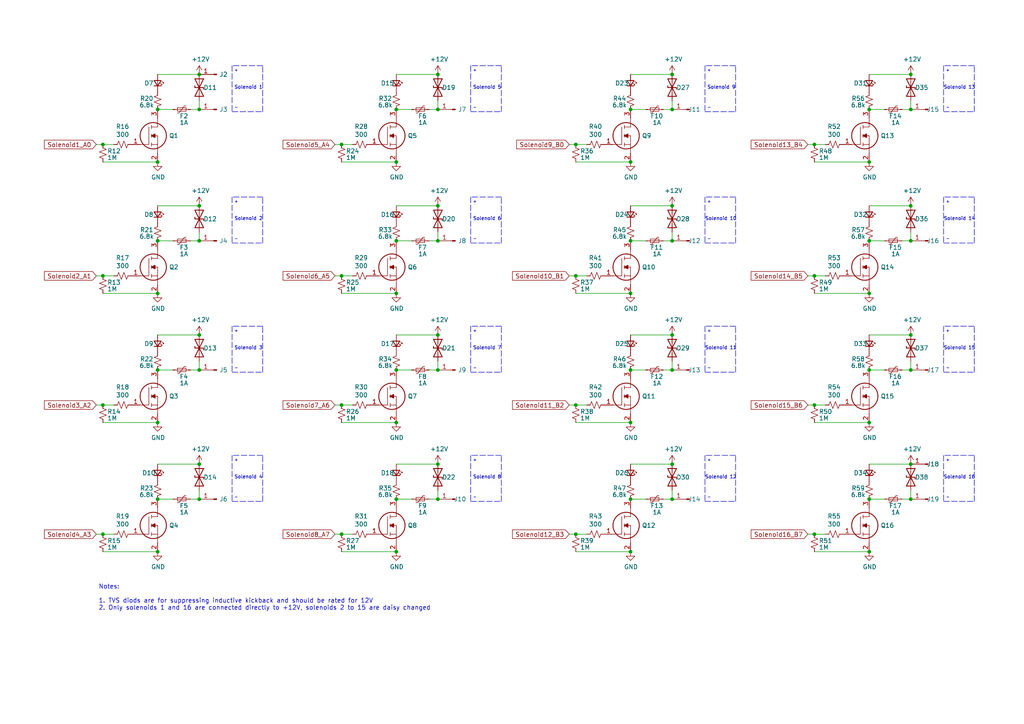
<source format=kicad_sch>
(kicad_sch (version 20211123) (generator eeschema)
  (paper "A4")
  (junction (at 194.945 59.69))
  (junction (at 114.935 46.99))
  (junction (at 29.845 41.91))
  (junction (at 167.005 41.91))
  (junction (at 182.88 107.315))
  (junction (at 264.16 97.155))
  (junction (at 45.72 85.09))
  (junction (at 114.935 69.85))
  (junction (at 57.785 107.315))
  (junction (at 114.935 160.02))
  (junction (at 57.785 31.75))
  (junction (at 264.16 69.85))
  (junction (at 99.06 117.475))
  (junction (at 114.935 122.555))
  (junction (at 99.06 41.91))
  (junction (at 182.88 46.99))
  (junction (at 45.72 31.75))
  (junction (at 114.935 85.09))
  (junction (at 127 21.59))
  (junction (at 182.88 122.555))
  (junction (at 57.785 134.62))
  (junction (at 182.88 160.02))
  (junction (at 114.935 107.315))
  (junction (at 29.845 80.01))
  (junction (at 45.72 122.555))
  (junction (at 45.72 69.85))
  (junction (at 45.72 107.315))
  (junction (at 264.16 59.69))
  (junction (at 45.72 46.99))
  (junction (at 252.095 160.02))
  (junction (at 99.06 80.01))
  (junction (at 182.88 85.09))
  (junction (at 114.935 31.75))
  (junction (at 99.06 154.94))
  (junction (at 252.095 122.555))
  (junction (at 167.005 117.475))
  (junction (at 252.095 85.09))
  (junction (at 127 59.69))
  (junction (at 57.785 97.155))
  (junction (at 264.16 144.78))
  (junction (at 194.945 107.315))
  (junction (at 29.845 154.94))
  (junction (at 114.935 144.78))
  (junction (at 45.72 144.78))
  (junction (at 29.845 117.475))
  (junction (at 264.16 21.59))
  (junction (at 194.945 97.155))
  (junction (at 194.945 144.78))
  (junction (at 252.095 107.315))
  (junction (at 127 69.85))
  (junction (at 194.945 31.75))
  (junction (at 236.22 154.94))
  (junction (at 236.22 41.91))
  (junction (at 264.16 107.315))
  (junction (at 194.945 69.85))
  (junction (at 57.785 69.85))
  (junction (at 127 134.62))
  (junction (at 57.785 21.59))
  (junction (at 127 144.78))
  (junction (at 252.095 31.75))
  (junction (at 167.005 154.94))
  (junction (at 127 97.155))
  (junction (at 127 31.75))
  (junction (at 127 107.315))
  (junction (at 236.22 80.01))
  (junction (at 252.095 46.99))
  (junction (at 252.095 144.78))
  (junction (at 167.005 80.01))
  (junction (at 45.72 160.02))
  (junction (at 252.095 69.85))
  (junction (at 57.785 59.69))
  (junction (at 264.16 31.75))
  (junction (at 182.88 69.85))
  (junction (at 182.88 144.78))
  (junction (at 264.16 134.62))
  (junction (at 57.785 144.78))
  (junction (at 182.88 31.75))
  (junction (at 194.945 21.59))
  (junction (at 194.945 134.62))
  (junction (at 236.22 117.475))
  (wire (pts (xy 236.22 160.02) (xy 252.095 160.02)))
  (polyline (pts (xy 273.685 19.05) (xy 273.685 32.385)))
  (polyline (pts (xy 282.575 145.415) (xy 282.575 132.08)))
  (wire (pts (xy 127 29.21) (xy 127 31.75)))
  (wire (pts (xy 45.72 134.62) (xy 57.785 134.62)))
  (wire (pts (xy 114.935 144.78) (xy 119.38 144.78)))
  (wire (pts (xy 165.1 41.91) (xy 167.005 41.91)))
  (wire (pts (xy 234.315 80.01) (xy 236.22 80.01)))
  (polyline (pts (xy 76.2 57.15) (xy 67.31 57.15)))
  (wire (pts (xy 165.1 117.475) (xy 167.005 117.475)))
  (wire (pts (xy 264.16 67.31) (xy 264.16 69.85)))
  (polyline (pts (xy 67.31 145.415) (xy 76.2 145.415)))
  (wire (pts (xy 167.005 122.555) (xy 182.88 122.555)))
  (wire (pts (xy 29.845 80.01) (xy 33.02 80.01)))
  (polyline (pts (xy 282.575 57.15) (xy 273.685 57.15)))
  (polyline (pts (xy 273.685 107.95) (xy 282.575 107.95)))
  (wire (pts (xy 29.845 85.09) (xy 45.72 85.09)))
  (polyline (pts (xy 204.47 70.485) (xy 213.36 70.485)))
  (wire (pts (xy 261.62 31.75) (xy 264.16 31.75)))
  (wire (pts (xy 124.46 69.85) (xy 127 69.85)))
  (polyline (pts (xy 145.415 19.05) (xy 136.525 19.05)))
  (wire (pts (xy 252.095 59.69) (xy 264.16 59.69)))
  (polyline (pts (xy 282.575 32.385) (xy 282.575 19.05)))
  (wire (pts (xy 264.16 142.24) (xy 264.16 144.78)))
  (wire (pts (xy 124.46 107.315) (xy 127 107.315)))
  (polyline (pts (xy 136.525 94.615) (xy 136.525 107.95)))
  (polyline (pts (xy 204.47 19.05) (xy 204.47 32.385)))
  (wire (pts (xy 55.245 144.78) (xy 57.785 144.78)))
  (polyline (pts (xy 145.415 57.15) (xy 136.525 57.15)))
  (polyline (pts (xy 273.685 94.615) (xy 273.685 107.95)))
  (wire (pts (xy 114.935 59.69) (xy 127 59.69)))
  (wire (pts (xy 236.22 122.555) (xy 252.095 122.555)))
  (wire (pts (xy 194.945 142.24) (xy 194.945 144.78)))
  (wire (pts (xy 55.245 69.85) (xy 57.785 69.85)))
  (polyline (pts (xy 145.415 145.415) (xy 145.415 132.08)))
  (wire (pts (xy 182.88 97.155) (xy 194.945 97.155)))
  (polyline (pts (xy 76.2 145.415) (xy 76.2 132.08)))
  (wire (pts (xy 261.62 144.78) (xy 264.16 144.78)))
  (wire (pts (xy 167.005 117.475) (xy 170.18 117.475)))
  (wire (pts (xy 234.315 154.94) (xy 236.22 154.94)))
  (polyline (pts (xy 273.685 132.08) (xy 273.685 145.415)))
  (wire (pts (xy 127 104.775) (xy 127 107.315)))
  (wire (pts (xy 167.005 85.09) (xy 182.88 85.09)))
  (polyline (pts (xy 136.525 145.415) (xy 145.415 145.415)))
  (wire (pts (xy 165.1 80.01) (xy 167.005 80.01)))
  (wire (pts (xy 192.405 31.75) (xy 194.945 31.75)))
  (polyline (pts (xy 76.2 70.485) (xy 76.2 57.15)))
  (wire (pts (xy 182.88 144.78) (xy 187.325 144.78)))
  (wire (pts (xy 127 67.31) (xy 127 69.85)))
  (wire (pts (xy 252.095 21.59) (xy 264.16 21.59)))
  (wire (pts (xy 192.405 107.315) (xy 194.945 107.315)))
  (wire (pts (xy 194.945 67.31) (xy 194.945 69.85)))
  (wire (pts (xy 167.005 80.01) (xy 170.18 80.01)))
  (wire (pts (xy 124.46 144.78) (xy 127 144.78)))
  (wire (pts (xy 192.405 144.78) (xy 194.945 144.78)))
  (wire (pts (xy 165.1 154.94) (xy 167.005 154.94)))
  (wire (pts (xy 99.06 46.99) (xy 114.935 46.99)))
  (wire (pts (xy 57.785 142.24) (xy 57.785 144.78)))
  (polyline (pts (xy 204.47 32.385) (xy 213.36 32.385)))
  (wire (pts (xy 114.935 97.155) (xy 127 97.155)))
  (wire (pts (xy 27.94 154.94) (xy 29.845 154.94)))
  (wire (pts (xy 45.72 69.85) (xy 50.165 69.85)))
  (wire (pts (xy 194.945 104.775) (xy 194.945 107.315)))
  (polyline (pts (xy 273.685 145.415) (xy 282.575 145.415)))
  (wire (pts (xy 99.06 80.01) (xy 102.235 80.01)))
  (wire (pts (xy 99.06 117.475) (xy 102.235 117.475)))
  (wire (pts (xy 252.095 144.78) (xy 256.54 144.78)))
  (wire (pts (xy 234.315 117.475) (xy 236.22 117.475)))
  (wire (pts (xy 236.22 85.09) (xy 252.095 85.09)))
  (wire (pts (xy 45.72 107.315) (xy 50.165 107.315)))
  (wire (pts (xy 182.88 59.69) (xy 194.945 59.69)))
  (wire (pts (xy 97.155 117.475) (xy 99.06 117.475)))
  (wire (pts (xy 114.935 107.315) (xy 119.38 107.315)))
  (polyline (pts (xy 145.415 107.95) (xy 145.415 94.615)))
  (wire (pts (xy 57.785 104.775) (xy 57.785 107.315)))
  (polyline (pts (xy 136.525 107.95) (xy 145.415 107.95)))
  (wire (pts (xy 29.845 117.475) (xy 33.02 117.475)))
  (polyline (pts (xy 67.31 132.08) (xy 67.31 145.415)))
  (wire (pts (xy 29.845 122.555) (xy 45.72 122.555)))
  (wire (pts (xy 114.935 31.75) (xy 119.38 31.75)))
  (polyline (pts (xy 67.31 94.615) (xy 67.31 107.95)))
  (wire (pts (xy 236.22 154.94) (xy 239.395 154.94)))
  (wire (pts (xy 57.785 29.21) (xy 57.785 31.75)))
  (polyline (pts (xy 145.415 132.08) (xy 136.525 132.08)))
  (polyline (pts (xy 76.2 94.615) (xy 67.31 94.615)))
  (polyline (pts (xy 76.2 19.05) (xy 67.31 19.05)))
  (polyline (pts (xy 204.47 57.15) (xy 204.47 70.485)))
  (polyline (pts (xy 204.47 94.615) (xy 204.47 107.95)))
  (wire (pts (xy 114.935 134.62) (xy 127 134.62)))
  (wire (pts (xy 182.88 31.75) (xy 187.325 31.75)))
  (wire (pts (xy 236.22 117.475) (xy 239.395 117.475)))
  (wire (pts (xy 182.88 107.315) (xy 187.325 107.315)))
  (wire (pts (xy 252.095 107.315) (xy 256.54 107.315)))
  (polyline (pts (xy 213.36 107.95) (xy 213.36 94.615)))
  (polyline (pts (xy 204.47 132.08) (xy 204.47 145.415)))
  (wire (pts (xy 182.88 134.62) (xy 194.945 134.62)))
  (wire (pts (xy 261.62 107.315) (xy 264.16 107.315)))
  (polyline (pts (xy 213.36 132.08) (xy 204.47 132.08)))
  (wire (pts (xy 167.005 41.91) (xy 170.18 41.91)))
  (wire (pts (xy 167.005 154.94) (xy 170.18 154.94)))
  (polyline (pts (xy 76.2 32.385) (xy 76.2 19.05)))
  (polyline (pts (xy 282.575 107.95) (xy 282.575 94.615)))
  (polyline (pts (xy 136.525 32.385) (xy 145.415 32.385)))
  (polyline (pts (xy 145.415 70.485) (xy 145.415 57.15)))
  (wire (pts (xy 29.845 46.99) (xy 45.72 46.99)))
  (polyline (pts (xy 145.415 94.615) (xy 136.525 94.615)))
  (wire (pts (xy 99.06 160.02) (xy 114.935 160.02)))
  (wire (pts (xy 252.095 134.62) (xy 264.16 134.62)))
  (wire (pts (xy 252.095 97.155) (xy 264.16 97.155)))
  (wire (pts (xy 99.06 41.91) (xy 102.235 41.91)))
  (wire (pts (xy 99.06 85.09) (xy 114.935 85.09)))
  (polyline (pts (xy 76.2 132.08) (xy 67.31 132.08)))
  (polyline (pts (xy 145.415 32.385) (xy 145.415 19.05)))
  (wire (pts (xy 194.945 29.21) (xy 194.945 31.75)))
  (wire (pts (xy 99.06 154.94) (xy 102.235 154.94)))
  (polyline (pts (xy 282.575 70.485) (xy 282.575 57.15)))
  (wire (pts (xy 236.22 80.01) (xy 239.395 80.01)))
  (wire (pts (xy 234.315 41.91) (xy 236.22 41.91)))
  (wire (pts (xy 45.72 21.59) (xy 57.785 21.59)))
  (wire (pts (xy 236.22 46.99) (xy 252.095 46.99)))
  (wire (pts (xy 252.095 31.75) (xy 256.54 31.75)))
  (polyline (pts (xy 67.31 32.385) (xy 76.2 32.385)))
  (wire (pts (xy 29.845 154.94) (xy 33.02 154.94)))
  (wire (pts (xy 29.845 160.02) (xy 45.72 160.02)))
  (wire (pts (xy 99.06 122.555) (xy 114.935 122.555)))
  (wire (pts (xy 167.005 46.99) (xy 182.88 46.99)))
  (polyline (pts (xy 273.685 57.15) (xy 273.685 70.485)))
  (wire (pts (xy 264.16 29.21) (xy 264.16 31.75)))
  (wire (pts (xy 182.88 69.85) (xy 187.325 69.85)))
  (polyline (pts (xy 136.525 132.08) (xy 136.525 145.415)))
  (polyline (pts (xy 282.575 19.05) (xy 273.685 19.05)))
  (wire (pts (xy 29.845 41.91) (xy 33.02 41.91)))
  (wire (pts (xy 261.62 69.85) (xy 264.16 69.85)))
  (wire (pts (xy 45.72 97.155) (xy 57.785 97.155)))
  (wire (pts (xy 45.72 59.69) (xy 57.785 59.69)))
  (wire (pts (xy 236.22 41.91) (xy 239.395 41.91)))
  (polyline (pts (xy 282.575 132.08) (xy 273.685 132.08)))
  (wire (pts (xy 45.72 144.78) (xy 50.165 144.78)))
  (wire (pts (xy 27.94 117.475) (xy 29.845 117.475)))
  (polyline (pts (xy 213.36 94.615) (xy 204.47 94.615)))
  (wire (pts (xy 252.095 69.85) (xy 256.54 69.85)))
  (polyline (pts (xy 213.36 32.385) (xy 213.36 19.05)))
  (polyline (pts (xy 136.525 70.485) (xy 145.415 70.485)))
  (polyline (pts (xy 282.575 94.615) (xy 273.685 94.615)))
  (polyline (pts (xy 67.31 107.95) (xy 76.2 107.95)))
  (polyline (pts (xy 136.525 57.15) (xy 136.525 70.485)))
  (wire (pts (xy 55.245 31.75) (xy 57.785 31.75)))
  (wire (pts (xy 114.935 21.59) (xy 127 21.59)))
  (polyline (pts (xy 213.36 57.15) (xy 204.47 57.15)))
  (polyline (pts (xy 67.31 70.485) (xy 76.2 70.485)))
  (wire (pts (xy 167.005 160.02) (xy 182.88 160.02)))
  (polyline (pts (xy 213.36 70.485) (xy 213.36 57.15)))
  (wire (pts (xy 124.46 31.75) (xy 127 31.75)))
  (wire (pts (xy 97.155 80.01) (xy 99.06 80.01)))
  (polyline (pts (xy 136.525 19.05) (xy 136.525 32.385)))
  (polyline (pts (xy 273.685 70.485) (xy 282.575 70.485)))
  (wire (pts (xy 45.72 31.75) (xy 50.165 31.75)))
  (wire (pts (xy 192.405 69.85) (xy 194.945 69.85)))
  (wire (pts (xy 57.785 67.31) (xy 57.785 69.85)))
  (polyline (pts (xy 213.36 145.415) (xy 213.36 132.08)))
  (wire (pts (xy 182.88 21.59) (xy 194.945 21.59)))
  (polyline (pts (xy 213.36 19.05) (xy 204.47 19.05)))
  (wire (pts (xy 264.16 104.775) (xy 264.16 107.315)))
  (polyline (pts (xy 340.995 43.18) (xy 340.995 43.815)))
  (wire (pts (xy 55.245 107.315) (xy 57.785 107.315)))
  (wire (pts (xy 27.94 80.01) (xy 29.845 80.01)))
  (polyline (pts (xy 67.31 57.15) (xy 67.31 70.485)))
  (wire (pts (xy 97.155 154.94) (xy 99.06 154.94)))
  (wire (pts (xy 127 142.24) (xy 127 144.78)))
  (polyline (pts (xy 76.2 107.95) (xy 76.2 94.615)))
  (polyline (pts (xy 204.47 107.95) (xy 213.36 107.95)))
  (wire (pts (xy 27.94 41.91) (xy 29.845 41.91)))
  (wire (pts (xy 97.155 41.91) (xy 99.06 41.91)))
  (polyline (pts (xy 273.685 32.385) (xy 282.575 32.385)))
  (polyline (pts (xy 204.47 145.415) (xy 213.36 145.415)))
  (wire (pts (xy 114.935 69.85) (xy 119.38 69.85)))
  (polyline (pts (xy 67.31 19.05) (xy 67.31 32.385)))
  (text "-\n" (at 137.16 69.85 0) (effects (font (size 0.762 0.762)) (justify left bottom)))
  (text "Solenoid 13" (at 273.685 26.035 0) (effects (font (size 0.9906 0.9906)) (justify left bottom)))
  (text "-\n" (at 67.945 144.78 0) (effects (font (size 0.762 0.762)) (justify left bottom)))
  (text "Notes:\n\n1. TVS diods are for suppressing inductive kickback and should be rated for 12V\n2. Only solenoids 1 and 16 are connected directly to +12V, solenoids 2 to 15 are daisy changed" (at 28.575 177.165 0) (effects (font (size 1.27 1.27)) (justify left bottom)))
  (text "-\n" (at 205.105 69.85 0) (effects (font (size 0.762 0.762)) (justify left bottom)))
  (text "Solenoid 14" (at 273.685 64.135 0) (effects (font (size 0.9906 0.9906)) (justify left bottom)))
  (text "+\n\n" (at 137.16 97.79 0) (effects (font (size 0.762 0.762)) (justify left bottom)))
  (text "-\n" (at 274.32 69.85 0) (effects (font (size 0.762 0.762)) (justify left bottom)))
  (text "-\n" (at 137.16 144.78 0) (effects (font (size 0.762 0.762)) (justify left bottom)))
  (text "+\n\n" (at 137.16 22.225 0) (effects (font (size 0.762 0.762)) (justify left bottom)))
  (text "+\n\n" (at 67.945 135.255 0) (effects (font (size 0.762 0.762)) (justify left bottom)))
  (text "Solenoid 8" (at 137.16 139.065 0) (effects (font (size 0.9906 0.9906)) (justify left bottom)))
  (text "+\n\n" (at 274.32 22.225 0) (effects (font (size 0.762 0.762)) (justify left bottom)))
  (text "-\n" (at 67.945 107.315 0) (effects (font (size 0.762 0.762)) (justify left bottom)))
  (text "+\n\n" (at 67.945 60.325 0) (effects (font (size 0.762 0.762)) (justify left bottom)))
  (text "+\n\n" (at 205.105 135.255 0) (effects (font (size 0.762 0.762)) (justify left bottom)))
  (text "+\n\n" (at 205.105 60.325 0) (effects (font (size 0.762 0.762)) (justify left bottom)))
  (text "-\n" (at 274.32 107.315 0) (effects (font (size 0.762 0.762)) (justify left bottom)))
  (text "+\n\n" (at 274.32 60.325 0) (effects (font (size 0.762 0.762)) (justify left bottom)))
  (text "Solenoid 11" (at 204.47 101.6 0) (effects (font (size 0.9906 0.9906)) (justify left bottom)))
  (text "+\n\n" (at 137.16 135.255 0) (effects (font (size 0.762 0.762)) (justify left bottom)))
  (text "Solenoid 6" (at 137.16 64.135 0) (effects (font (size 0.9906 0.9906)) (justify left bottom)))
  (text "+\n\n" (at 137.16 60.325 0) (effects (font (size 0.762 0.762)) (justify left bottom)))
  (text "-\n" (at 205.105 144.78 0) (effects (font (size 0.762 0.762)) (justify left bottom)))
  (text "+\n\n" (at 67.945 22.225 0) (effects (font (size 0.762 0.762)) (justify left bottom)))
  (text "Solenoid 5" (at 137.16 26.035 0) (effects (font (size 0.9906 0.9906)) (justify left bottom)))
  (text "-\n" (at 274.32 144.78 0) (effects (font (size 0.762 0.762)) (justify left bottom)))
  (text "-\n" (at 137.16 107.315 0) (effects (font (size 0.762 0.762)) (justify left bottom)))
  (text "Solenoid 2" (at 67.945 64.135 0) (effects (font (size 0.9906 0.9906)) (justify left bottom)))
  (text "-\n" (at 205.105 31.75 0) (effects (font (size 0.762 0.762)) (justify left bottom)))
  (text "Solenoid 9" (at 205.105 26.035 0) (effects (font (size 0.9906 0.9906)) (justify left bottom)))
  (text "+\n\n" (at 67.945 97.79 0) (effects (font (size 0.762 0.762)) (justify left bottom)))
  (text "-\n" (at 205.105 107.315 0) (effects (font (size 0.762 0.762)) (justify left bottom)))
  (text "Solenoid 12" (at 204.47 139.065 0) (effects (font (size 0.9906 0.9906)) (justify left bottom)))
  (text "-\n" (at 137.16 31.75 0) (effects (font (size 0.762 0.762)) (justify left bottom)))
  (text "-\n" (at 67.945 31.75 0) (effects (font (size 0.762 0.762)) (justify left bottom)))
  (text "+\n\n" (at 205.105 97.79 0) (effects (font (size 0.762 0.762)) (justify left bottom)))
  (text "Solenoid 1" (at 67.945 26.035 0) (effects (font (size 0.9906 0.9906)) (justify left bottom)))
  (text "Solenoid 16" (at 273.685 139.065 0) (effects (font (size 0.9906 0.9906)) (justify left bottom)))
  (text "Solenoid 15" (at 273.685 101.6 0) (effects (font (size 0.9906 0.9906)) (justify left bottom)))
  (text "-\n" (at 274.32 31.75 0) (effects (font (size 0.762 0.762)) (justify left bottom)))
  (text "Solenoid 10" (at 204.47 64.135 0) (effects (font (size 0.9906 0.9906)) (justify left bottom)))
  (text "Solenoid 7" (at 137.16 101.6 0) (effects (font (size 0.9906 0.9906)) (justify left bottom)))
  (text "+\n\n" (at 274.32 97.79 0) (effects (font (size 0.762 0.762)) (justify left bottom)))
  (text "Solenoid 4" (at 67.945 139.065 0) (effects (font (size 0.9906 0.9906)) (justify left bottom)))
  (text "+\n\n" (at 205.105 22.225 0) (effects (font (size 0.762 0.762)) (justify left bottom)))
  (text "Solenoid 3" (at 67.945 101.6 0) (effects (font (size 0.9906 0.9906)) (justify left bottom)))
  (text "+\n\n" (at 274.32 135.255 0) (effects (font (size 0.762 0.762)) (justify left bottom)))
  (text "-\n" (at 67.945 69.85 0) (effects (font (size 0.762 0.762)) (justify left bottom)))
  (global_label "Solenoid3_A2" (shape input) (at 27.94 117.475 180) (property "Intersheet References" "${INTERSHEET_REFS}" (effects hide)))
  (global_label "Solenoid12_B3" (shape input) (at 165.1 154.94 180) (property "Intersheet References" "${INTERSHEET_REFS}" (effects hide)))
  (global_label "Solenoid2_A1" (shape input) (at 27.94 80.01 180) (property "Intersheet References" "${INTERSHEET_REFS}" (effects hide)))
  (global_label "Solenoid7_A6" (shape input) (at 97.155 117.475 180) (property "Intersheet References" "${INTERSHEET_REFS}" (effects hide)))
  (global_label "Solenoid10_B1" (shape input) (at 165.1 80.01 180) (property "Intersheet References" "${INTERSHEET_REFS}" (effects hide)))
  (global_label "Solenoid1_A0" (shape input) (at 27.94 41.91 180) (property "Intersheet References" "${INTERSHEET_REFS}" (effects hide)))
  (global_label "Solenoid11_B2" (shape input) (at 165.1 117.475 180) (property "Intersheet References" "${INTERSHEET_REFS}" (effects hide)))
  (global_label "Solenoid4_A3" (shape input) (at 27.94 154.94 180) (property "Intersheet References" "${INTERSHEET_REFS}" (effects hide)))
  (global_label "Solenoid15_B6" (shape input) (at 234.315 117.475 180) (property "Intersheet References" "${INTERSHEET_REFS}" (effects hide)))
  (global_label "Solenoid16_B7" (shape input) (at 234.315 154.94 180) (property "Intersheet References" "${INTERSHEET_REFS}" (effects hide)))
  (global_label "Solenoid6_A5" (shape input) (at 97.155 80.01 180) (property "Intersheet References" "${INTERSHEET_REFS}" (effects hide)))
  (global_label "Solenoid14_B5" (shape input) (at 234.315 80.01 180) (property "Intersheet References" "${INTERSHEET_REFS}" (effects hide)))
  (global_label "Solenoid13_B4" (shape input) (at 234.315 41.91 180) (property "Intersheet References" "${INTERSHEET_REFS}" (effects hide)))
  (global_label "Solenoid5_A4" (shape input) (at 97.155 41.91 180) (property "Intersheet References" "${INTERSHEET_REFS}" (effects hide)))
  (global_label "Solenoid9_B0" (shape input) (at 165.1 41.91 180) (property "Intersheet References" "${INTERSHEET_REFS}" (effects hide)))
  (global_label "Solenoid8_A7" (shape input) (at 97.155 154.94 180) (property "Intersheet References" "${INTERSHEET_REFS}" (effects hide)))
  (symbol (lib_id "Device:Polyfuse_Small") (at 52.705 31.75 90)
    (property "Reference" "F2" (at 53.34 33.655 90))
    (property "Value" "1A" (at 53.34 35.56 90))
    (property "Footprint" "Fuse:Fuse_1206_3216Metric" (effects hide))
  )
  (symbol (lib_id "Device:R_Small_US") (at 45.72 29.21 0) (mirror x)
    (property "Reference" "R20" (at 42.545 28.575 0))
    (property "Value" "6.8k" (at 42.545 30.48 0))
    (property "Footprint" "Resistor_SMD:R_0402_1005Metric" (effects hide))
  )
  (symbol (lib_id "Device:LED_Small") (at 45.72 24.13 270) (mirror x)
    (property "Reference" "D7" (at 43.18 24.13 90))
    (property "Value" "LED_Green" (effects hide))
    (property "Footprint" "LED_SMD:LED_0603_1608Metric" (effects hide))
  )
  (symbol (lib_id "Device:D_TVS") (at 57.785 25.4 270) (unit 1)
    (property "Reference" "D11" (at 60.96 25.4 90))
    (property "Value" "D_TVS" (effects hide))
    (property "Footprint" "Diode_SMD:D_SOD-123" (effects hide))
  )
  (symbol (lib_id "power:+12V") (at 57.785 21.59 0)
    (property "Reference" "#PWR024" (effects hide))
    (property "Value" "+12V" (at 58.166 17.1958 0))
  )
  (symbol (lib_id "SI2312CDS-T1-GE3:SI2312CDS-T1-GE3") (at 38.1 41.91 0)
    (property "Reference" "Q1" (at 49.022 39.37 0) (effects (justify left)))
    (property "Value" "AO3400A" (effects hide))
    (property "Footprint" "Package_TO_SOT_SMD:SOT-23" (effects hide))
    (property "Datasheet" "https://componentsearchengine.com/Datasheets/2/SI2312CDS-T1-GE3.pdf" (effects hide))
    (property "Description" "VISHAY - SI2312CDS-T1-GE3 - MOSFET,N CHANNEL,20V,6A,DIODE,SOT23" (effects hide))
    (property "Height" "1.12" (effects hide))
    (property "Manufacturer_Name" "Vishay" (effects hide))
    (property "Manufacturer_Part_Number" "SI2312CDS-T1-GE3" (effects hide))
    (property "Mouser Part Number" "781-SI2312CDS-T1-GE3" (effects hide))
    (property "Mouser Price/Stock" "https://www.mouser.co.uk/ProductDetail/Vishay-Semiconductors/SI2312CDS-T1-GE3?qs=WX95TUc1y56uUDLD4gVrGA%3D%3D" (effects hide))
    (property "Arrow Part Number" "SI2312CDS-T1-GE3" (effects hide))
    (property "Arrow Price/Stock" "https://www.arrow.com/en/products/si2312cds-t1-ge3/vishay" (effects hide))
  )
  (symbol (lib_id "Device:R_Small_US") (at 29.845 44.45 0)
    (property "Reference" "R12" (at 31.115 43.815 0) (effects (justify left)))
    (property "Value" "1M" (at 31.115 45.72 0) (effects (justify left)))
    (property "Footprint" "Resistor_SMD:R_0402_1005Metric" (effects hide))
  )
  (symbol (lib_id "Device:R_Small_US") (at 35.56 41.91 270)
    (property "Reference" "R16" (at 35.56 36.703 90))
    (property "Value" "300" (at 35.56 39.0144 90))
    (property "Footprint" "Resistor_SMD:R_0402_1005Metric" (effects hide))
  )
  (symbol (lib_id "power:GND") (at 45.72 46.99 0)
    (property "Reference" "#PWR020" (effects hide))
    (property "Value" "GND" (at 45.847 51.3842 0))
  )
  (symbol (lib_id "Connector:Conn_01x01_Male") (at 62.865 31.75 180) (unit 1)
    (property "Reference" "J3" (at 66.04 31.75 0) (effects (justify left)))
    (property "Value" "Conn_01x01_Male" (effects hide))
    (property "Footprint" "1287_with3D:1287" (effects hide))
  )
  (symbol (lib_id "Device:Polyfuse_Small") (at 52.705 69.85 90)
    (property "Reference" "F3" (at 53.34 71.755 90))
    (property "Value" "1A" (at 53.34 73.66 90))
    (property "Footprint" "Fuse:Fuse_1206_3216Metric" (effects hide))
  )
  (symbol (lib_id "Device:R_Small_US") (at 45.72 67.31 0) (mirror x)
    (property "Reference" "R21" (at 42.545 66.675 0))
    (property "Value" "6.8k" (at 42.545 68.58 0))
    (property "Footprint" "Resistor_SMD:R_0402_1005Metric" (effects hide))
  )
  (symbol (lib_id "Device:LED_Small") (at 45.72 62.23 270) (mirror x)
    (property "Reference" "D8" (at 43.18 62.23 90))
    (property "Value" "LED_Green" (effects hide))
    (property "Footprint" "LED_SMD:LED_0603_1608Metric" (effects hide))
  )
  (symbol (lib_id "Device:D_TVS") (at 57.785 63.5 270) (unit 1)
    (property "Reference" "D12" (at 60.96 63.5 90))
    (property "Value" "D_TVS" (effects hide))
    (property "Footprint" "Diode_SMD:D_SOD-123" (effects hide))
  )
  (symbol (lib_id "Connector:Conn_01x01_Male") (at 62.865 69.85 180) (unit 1)
    (property "Reference" "J4" (at 66.04 69.85 0) (effects (justify left)))
    (property "Value" "Conn_01x01_Male" (effects hide))
    (property "Footprint" "1287_with3D:1287" (effects hide))
  )
  (symbol (lib_id "power:GND") (at 45.72 85.09 0)
    (property "Reference" "#PWR021" (effects hide))
    (property "Value" "GND" (at 45.847 89.4842 0))
  )
  (symbol (lib_id "Device:R_Small_US") (at 35.56 80.01 270)
    (property "Reference" "R17" (at 35.56 74.803 90))
    (property "Value" "300" (at 35.56 77.1144 90))
    (property "Footprint" "Resistor_SMD:R_0402_1005Metric" (effects hide))
  )
  (symbol (lib_id "Device:R_Small_US") (at 29.845 82.55 0)
    (property "Reference" "R13" (at 31.115 81.915 0) (effects (justify left)))
    (property "Value" "1M" (at 31.115 83.82 0) (effects (justify left)))
    (property "Footprint" "Resistor_SMD:R_0402_1005Metric" (effects hide))
  )
  (symbol (lib_id "SI2312CDS-T1-GE3:SI2312CDS-T1-GE3") (at 38.1 80.01 0)
    (property "Reference" "Q2" (at 49.022 77.47 0) (effects (justify left)))
    (property "Value" "AO3400A" (effects hide))
    (property "Footprint" "Package_TO_SOT_SMD:SOT-23" (effects hide))
    (property "Datasheet" "https://componentsearchengine.com/Datasheets/2/SI2312CDS-T1-GE3.pdf" (effects hide))
    (property "Description" "VISHAY - SI2312CDS-T1-GE3 - MOSFET,N CHANNEL,20V,6A,DIODE,SOT23" (effects hide))
    (property "Height" "1.12" (effects hide))
    (property "Manufacturer_Name" "Vishay" (effects hide))
    (property "Manufacturer_Part_Number" "SI2312CDS-T1-GE3" (effects hide))
    (property "Mouser Part Number" "781-SI2312CDS-T1-GE3" (effects hide))
    (property "Mouser Price/Stock" "https://www.mouser.co.uk/ProductDetail/Vishay-Semiconductors/SI2312CDS-T1-GE3?qs=WX95TUc1y56uUDLD4gVrGA%3D%3D" (effects hide))
    (property "Arrow Part Number" "SI2312CDS-T1-GE3" (effects hide))
    (property "Arrow Price/Stock" "https://www.arrow.com/en/products/si2312cds-t1-ge3/vishay" (effects hide))
  )
  (symbol (lib_id "power:+12V") (at 57.785 59.69 0)
    (property "Reference" "#PWR025" (effects hide))
    (property "Value" "+12V" (at 58.166 55.2958 0))
  )
  (symbol (lib_id "Device:Polyfuse_Small") (at 52.705 107.315 90)
    (property "Reference" "F4" (at 53.34 109.22 90))
    (property "Value" "1A" (at 53.34 111.125 90))
    (property "Footprint" "Fuse:Fuse_1206_3216Metric" (effects hide))
  )
  (symbol (lib_id "Device:R_Small_US") (at 45.72 104.775 0) (mirror x)
    (property "Reference" "R22" (at 42.545 104.14 0))
    (property "Value" "6.8k" (at 42.545 106.045 0))
    (property "Footprint" "Resistor_SMD:R_0402_1005Metric" (effects hide))
  )
  (symbol (lib_id "Device:LED_Small") (at 45.72 99.695 270) (mirror x)
    (property "Reference" "D9" (at 43.18 99.695 90))
    (property "Value" "LED_Green" (effects hide))
    (property "Footprint" "LED_SMD:LED_0603_1608Metric" (effects hide))
  )
  (symbol (lib_id "Device:D_TVS") (at 57.785 100.965 270) (unit 1)
    (property "Reference" "D13" (at 60.96 100.965 90))
    (property "Value" "D_TVS" (effects hide))
    (property "Footprint" "Diode_SMD:D_SOD-123" (effects hide))
  )
  (symbol (lib_id "Connector:Conn_01x01_Male") (at 62.865 107.315 180) (unit 1)
    (property "Reference" "J5" (at 66.04 107.315 0) (effects (justify left)))
    (property "Value" "Conn_01x01_Male" (effects hide))
    (property "Footprint" "1287_with3D:1287" (effects hide))
  )
  (symbol (lib_id "power:GND") (at 45.72 122.555 0)
    (property "Reference" "#PWR022" (effects hide))
    (property "Value" "GND" (at 45.847 126.9492 0))
  )
  (symbol (lib_id "Device:R_Small_US") (at 35.56 117.475 270)
    (property "Reference" "R18" (at 35.56 112.268 90))
    (property "Value" "300" (at 35.56 114.5794 90))
    (property "Footprint" "Resistor_SMD:R_0402_1005Metric" (effects hide))
  )
  (symbol (lib_id "Device:R_Small_US") (at 29.845 120.015 0)
    (property "Reference" "R14" (at 31.115 119.38 0) (effects (justify left)))
    (property "Value" "1M" (at 31.115 121.285 0) (effects (justify left)))
    (property "Footprint" "Resistor_SMD:R_0402_1005Metric" (effects hide))
  )
  (symbol (lib_id "SI2312CDS-T1-GE3:SI2312CDS-T1-GE3") (at 38.1 117.475 0)
    (property "Reference" "Q3" (at 49.022 114.935 0) (effects (justify left)))
    (property "Value" "AO3400A" (effects hide))
    (property "Footprint" "Package_TO_SOT_SMD:SOT-23" (effects hide))
    (property "Datasheet" "https://componentsearchengine.com/Datasheets/2/SI2312CDS-T1-GE3.pdf" (effects hide))
    (property "Description" "VISHAY - SI2312CDS-T1-GE3 - MOSFET,N CHANNEL,20V,6A,DIODE,SOT23" (effects hide))
    (property "Height" "1.12" (effects hide))
    (property "Manufacturer_Name" "Vishay" (effects hide))
    (property "Manufacturer_Part_Number" "SI2312CDS-T1-GE3" (effects hide))
    (property "Mouser Part Number" "781-SI2312CDS-T1-GE3" (effects hide))
    (property "Mouser Price/Stock" "https://www.mouser.co.uk/ProductDetail/Vishay-Semiconductors/SI2312CDS-T1-GE3?qs=WX95TUc1y56uUDLD4gVrGA%3D%3D" (effects hide))
    (property "Arrow Part Number" "SI2312CDS-T1-GE3" (effects hide))
    (property "Arrow Price/Stock" "https://www.arrow.com/en/products/si2312cds-t1-ge3/vishay" (effects hide))
  )
  (symbol (lib_id "power:+12V") (at 57.785 97.155 0)
    (property "Reference" "#PWR026" (effects hide))
    (property "Value" "+12V" (at 58.166 92.7608 0))
  )
  (symbol (lib_id "Device:Polyfuse_Small") (at 52.705 144.78 90)
    (property "Reference" "F5" (at 53.34 146.685 90))
    (property "Value" "1A" (at 53.34 148.59 90))
    (property "Footprint" "Fuse:Fuse_1206_3216Metric" (effects hide))
  )
  (symbol (lib_id "Device:R_Small_US") (at 45.72 142.24 0) (mirror x)
    (property "Reference" "R23" (at 42.545 141.605 0))
    (property "Value" "6.8k" (at 42.545 143.51 0))
    (property "Footprint" "Resistor_SMD:R_0402_1005Metric" (effects hide))
  )
  (symbol (lib_id "Device:LED_Small") (at 45.72 137.16 270) (mirror x)
    (property "Reference" "D10" (at 43.18 137.16 90))
    (property "Value" "LED_Green" (effects hide))
    (property "Footprint" "LED_SMD:LED_0603_1608Metric" (effects hide))
  )
  (symbol (lib_id "Device:D_TVS") (at 57.785 138.43 270) (unit 1)
    (property "Reference" "D14" (at 60.96 138.43 90))
    (property "Value" "D_TVS" (effects hide))
    (property "Footprint" "Diode_SMD:D_SOD-123" (effects hide))
  )
  (symbol (lib_id "Connector:Conn_01x01_Male") (at 62.865 144.78 180) (unit 1)
    (property "Reference" "J6" (at 66.04 144.78 0) (effects (justify left)))
    (property "Value" "Conn_01x01_Male" (effects hide))
    (property "Footprint" "1287_with3D:1287" (effects hide))
  )
  (symbol (lib_id "power:GND") (at 45.72 160.02 0)
    (property "Reference" "#PWR023" (effects hide))
    (property "Value" "GND" (at 45.847 164.4142 0))
  )
  (symbol (lib_id "Device:R_Small_US") (at 35.56 154.94 270)
    (property "Reference" "R19" (at 35.56 149.733 90))
    (property "Value" "300" (at 35.56 152.0444 90))
    (property "Footprint" "Resistor_SMD:R_0402_1005Metric" (effects hide))
  )
  (symbol (lib_id "Device:R_Small_US") (at 29.845 157.48 0)
    (property "Reference" "R15" (at 31.115 156.845 0) (effects (justify left)))
    (property "Value" "1M" (at 31.115 158.75 0) (effects (justify left)))
    (property "Footprint" "Resistor_SMD:R_0402_1005Metric" (effects hide))
  )
  (symbol (lib_id "SI2312CDS-T1-GE3:SI2312CDS-T1-GE3") (at 38.1 154.94 0)
    (property "Reference" "Q4" (at 49.022 152.4 0) (effects (justify left)))
    (property "Value" "AO3400A" (effects hide))
    (property "Footprint" "Package_TO_SOT_SMD:SOT-23" (effects hide))
    (property "Datasheet" "https://componentsearchengine.com/Datasheets/2/SI2312CDS-T1-GE3.pdf" (effects hide))
    (property "Description" "VISHAY - SI2312CDS-T1-GE3 - MOSFET,N CHANNEL,20V,6A,DIODE,SOT23" (effects hide))
    (property "Height" "1.12" (effects hide))
    (property "Manufacturer_Name" "Vishay" (effects hide))
    (property "Manufacturer_Part_Number" "SI2312CDS-T1-GE3" (effects hide))
    (property "Mouser Part Number" "781-SI2312CDS-T1-GE3" (effects hide))
    (property "Mouser Price/Stock" "https://www.mouser.co.uk/ProductDetail/Vishay-Semiconductors/SI2312CDS-T1-GE3?qs=WX95TUc1y56uUDLD4gVrGA%3D%3D" (effects hide))
    (property "Arrow Part Number" "SI2312CDS-T1-GE3" (effects hide))
    (property "Arrow Price/Stock" "https://www.arrow.com/en/products/si2312cds-t1-ge3/vishay" (effects hide))
  )
  (symbol (lib_id "power:+12V") (at 57.785 134.62 0)
    (property "Reference" "#PWR027" (effects hide))
    (property "Value" "+12V" (at 58.166 130.2258 0))
  )
  (symbol (lib_id "Device:Polyfuse_Small") (at 121.92 31.75 90)
    (property "Reference" "F6" (at 122.555 33.655 90))
    (property "Value" "1A" (at 122.555 35.56 90))
    (property "Footprint" "Fuse:Fuse_1206_3216Metric" (effects hide))
  )
  (symbol (lib_id "Device:R_Small_US") (at 114.935 29.21 0) (mirror x)
    (property "Reference" "R32" (at 111.76 28.575 0))
    (property "Value" "6.8k" (at 111.76 30.48 0))
    (property "Footprint" "Resistor_SMD:R_0402_1005Metric" (effects hide))
  )
  (symbol (lib_id "Device:LED_Small") (at 114.935 24.13 270) (mirror x)
    (property "Reference" "D15" (at 112.395 24.13 90))
    (property "Value" "LED_Green" (effects hide))
    (property "Footprint" "LED_SMD:LED_0603_1608Metric" (effects hide))
  )
  (symbol (lib_id "Device:D_TVS") (at 127 25.4 270) (unit 1)
    (property "Reference" "D19" (at 130.175 25.4 90))
    (property "Value" "D_TVS" (effects hide))
    (property "Footprint" "Diode_SMD:D_SOD-123" (effects hide))
  )
  (symbol (lib_id "Connector:Conn_01x01_Male") (at 132.08 31.75 180) (unit 1)
    (property "Reference" "J7" (at 135.255 31.75 0) (effects (justify left)))
    (property "Value" "Conn_01x01_Male" (effects hide))
    (property "Footprint" "1287_with3D:1287" (effects hide))
  )
  (symbol (lib_id "power:GND") (at 114.935 46.99 0)
    (property "Reference" "#PWR028" (effects hide))
    (property "Value" "GND" (at 115.062 51.3842 0))
  )
  (symbol (lib_id "Device:R_Small_US") (at 104.775 41.91 270)
    (property "Reference" "R28" (at 104.775 36.703 90))
    (property "Value" "300" (at 104.775 39.0144 90))
    (property "Footprint" "Resistor_SMD:R_0402_1005Metric" (effects hide))
  )
  (symbol (lib_id "Device:R_Small_US") (at 99.06 44.45 0)
    (property "Reference" "R24" (at 100.33 43.815 0) (effects (justify left)))
    (property "Value" "1M" (at 100.33 45.72 0) (effects (justify left)))
    (property "Footprint" "Resistor_SMD:R_0402_1005Metric" (effects hide))
  )
  (symbol (lib_id "SI2312CDS-T1-GE3:SI2312CDS-T1-GE3") (at 107.315 41.91 0)
    (property "Reference" "Q5" (at 118.237 39.37 0) (effects (justify left)))
    (property "Value" "AO3400A" (effects hide))
    (property "Footprint" "Package_TO_SOT_SMD:SOT-23" (effects hide))
    (property "Datasheet" "https://componentsearchengine.com/Datasheets/2/SI2312CDS-T1-GE3.pdf" (effects hide))
    (property "Description" "VISHAY - SI2312CDS-T1-GE3 - MOSFET,N CHANNEL,20V,6A,DIODE,SOT23" (effects hide))
    (property "Height" "1.12" (effects hide))
    (property "Manufacturer_Name" "Vishay" (effects hide))
    (property "Manufacturer_Part_Number" "SI2312CDS-T1-GE3" (effects hide))
    (property "Mouser Part Number" "781-SI2312CDS-T1-GE3" (effects hide))
    (property "Mouser Price/Stock" "https://www.mouser.co.uk/ProductDetail/Vishay-Semiconductors/SI2312CDS-T1-GE3?qs=WX95TUc1y56uUDLD4gVrGA%3D%3D" (effects hide))
    (property "Arrow Part Number" "SI2312CDS-T1-GE3" (effects hide))
    (property "Arrow Price/Stock" "https://www.arrow.com/en/products/si2312cds-t1-ge3/vishay" (effects hide))
  )
  (symbol (lib_id "power:+12V") (at 127 21.59 0)
    (property "Reference" "#PWR032" (effects hide))
    (property "Value" "+12V" (at 127.381 17.1958 0))
  )
  (symbol (lib_id "Device:Polyfuse_Small") (at 121.92 69.85 90)
    (property "Reference" "F7" (at 122.555 71.755 90))
    (property "Value" "1A" (at 122.555 73.66 90))
    (property "Footprint" "Fuse:Fuse_1206_3216Metric" (effects hide))
  )
  (symbol (lib_id "Device:R_Small_US") (at 114.935 67.31 0) (mirror x)
    (property "Reference" "R33" (at 111.76 66.675 0))
    (property "Value" "6.8k" (at 111.76 68.58 0))
    (property "Footprint" "Resistor_SMD:R_0402_1005Metric" (effects hide))
  )
  (symbol (lib_id "Device:LED_Small") (at 114.935 62.23 270) (mirror x)
    (property "Reference" "D16" (at 112.395 62.23 90))
    (property "Value" "LED_Green" (effects hide))
    (property "Footprint" "LED_SMD:LED_0603_1608Metric" (effects hide))
  )
  (symbol (lib_id "Device:D_TVS") (at 127 63.5 270) (unit 1)
    (property "Reference" "D20" (at 130.175 63.5 90))
    (property "Value" "D_TVS" (effects hide))
    (property "Footprint" "Diode_SMD:D_SOD-123" (effects hide))
  )
  (symbol (lib_id "Connector:Conn_01x01_Male") (at 132.08 69.85 180) (unit 1)
    (property "Reference" "J8" (at 135.255 69.85 0) (effects (justify left)))
    (property "Value" "Conn_01x01_Male" (effects hide))
    (property "Footprint" "1287_with3D:1287" (effects hide))
  )
  (symbol (lib_id "power:GND") (at 114.935 85.09 0)
    (property "Reference" "#PWR029" (effects hide))
    (property "Value" "GND" (at 115.062 89.4842 0))
  )
  (symbol (lib_id "Device:R_Small_US") (at 104.775 80.01 270)
    (property "Reference" "R29" (at 104.775 74.803 90))
    (property "Value" "300" (at 104.775 77.1144 90))
    (property "Footprint" "Resistor_SMD:R_0402_1005Metric" (effects hide))
  )
  (symbol (lib_id "Device:R_Small_US") (at 99.06 82.55 0)
    (property "Reference" "R25" (at 100.33 81.915 0) (effects (justify left)))
    (property "Value" "1M" (at 100.33 83.82 0) (effects (justify left)))
    (property "Footprint" "Resistor_SMD:R_0402_1005Metric" (effects hide))
  )
  (symbol (lib_id "SI2312CDS-T1-GE3:SI2312CDS-T1-GE3") (at 107.315 80.01 0)
    (property "Reference" "Q6" (at 118.237 77.47 0) (effects (justify left)))
    (property "Value" "AO3400A" (effects hide))
    (property "Footprint" "Package_TO_SOT_SMD:SOT-23" (effects hide))
    (property "Datasheet" "https://componentsearchengine.com/Datasheets/2/SI2312CDS-T1-GE3.pdf" (effects hide))
    (property "Description" "VISHAY - SI2312CDS-T1-GE3 - MOSFET,N CHANNEL,20V,6A,DIODE,SOT23" (effects hide))
    (property "Height" "1.12" (effects hide))
    (property "Manufacturer_Name" "Vishay" (effects hide))
    (property "Manufacturer_Part_Number" "SI2312CDS-T1-GE3" (effects hide))
    (property "Mouser Part Number" "781-SI2312CDS-T1-GE3" (effects hide))
    (property "Mouser Price/Stock" "https://www.mouser.co.uk/ProductDetail/Vishay-Semiconductors/SI2312CDS-T1-GE3?qs=WX95TUc1y56uUDLD4gVrGA%3D%3D" (effects hide))
    (property "Arrow Part Number" "SI2312CDS-T1-GE3" (effects hide))
    (property "Arrow Price/Stock" "https://www.arrow.com/en/products/si2312cds-t1-ge3/vishay" (effects hide))
  )
  (symbol (lib_id "power:+12V") (at 127 59.69 0)
    (property "Reference" "#PWR033" (effects hide))
    (property "Value" "+12V" (at 127.381 55.2958 0))
  )
  (symbol (lib_id "Device:Polyfuse_Small") (at 121.92 107.315 90)
    (property "Reference" "F8" (at 122.555 109.22 90))
    (property "Value" "1A" (at 122.555 111.125 90))
    (property "Footprint" "Fuse:Fuse_1206_3216Metric" (effects hide))
  )
  (symbol (lib_id "Device:R_Small_US") (at 114.935 104.775 0) (mirror x)
    (property "Reference" "R34" (at 111.76 104.14 0))
    (property "Value" "6.8k" (at 111.76 106.045 0))
    (property "Footprint" "Resistor_SMD:R_0402_1005Metric" (effects hide))
  )
  (symbol (lib_id "Device:LED_Small") (at 114.935 99.695 270) (mirror x)
    (property "Reference" "D17" (at 112.395 99.695 90))
    (property "Value" "LED_Green" (effects hide))
    (property "Footprint" "LED_SMD:LED_0603_1608Metric" (effects hide))
  )
  (symbol (lib_id "Device:D_TVS") (at 127 100.965 270) (unit 1)
    (property "Reference" "D21" (at 130.175 100.965 90))
    (property "Value" "D_TVS" (effects hide))
    (property "Footprint" "Diode_SMD:D_SOD-123" (effects hide))
  )
  (symbol (lib_id "Connector:Conn_01x01_Male") (at 132.08 107.315 180) (unit 1)
    (property "Reference" "J9" (at 135.255 107.315 0) (effects (justify left)))
    (property "Value" "Conn_01x01_Male" (effects hide))
    (property "Footprint" "1287_with3D:1287" (effects hide))
  )
  (symbol (lib_id "power:GND") (at 114.935 122.555 0)
    (property "Reference" "#PWR030" (effects hide))
    (property "Value" "GND" (at 115.062 126.9492 0))
  )
  (symbol (lib_id "Device:R_Small_US") (at 104.775 117.475 270)
    (property "Reference" "R30" (at 104.775 112.268 90))
    (property "Value" "300" (at 104.775 114.5794 90))
    (property "Footprint" "Resistor_SMD:R_0402_1005Metric" (effects hide))
  )
  (symbol (lib_id "Device:R_Small_US") (at 99.06 120.015 0)
    (property "Reference" "R26" (at 100.33 119.38 0) (effects (justify left)))
    (property "Value" "1M" (at 100.33 121.285 0) (effects (justify left)))
    (property "Footprint" "Resistor_SMD:R_0402_1005Metric" (effects hide))
  )
  (symbol (lib_id "SI2312CDS-T1-GE3:SI2312CDS-T1-GE3") (at 107.315 117.475 0)
    (property "Reference" "Q7" (at 118.237 114.935 0) (effects (justify left)))
    (property "Value" "AO3400A" (effects hide))
    (property "Footprint" "Package_TO_SOT_SMD:SOT-23" (effects hide))
    (property "Datasheet" "https://componentsearchengine.com/Datasheets/2/SI2312CDS-T1-GE3.pdf" (effects hide))
    (property "Description" "VISHAY - SI2312CDS-T1-GE3 - MOSFET,N CHANNEL,20V,6A,DIODE,SOT23" (effects hide))
    (property "Height" "1.12" (effects hide))
    (property "Manufacturer_Name" "Vishay" (effects hide))
    (property "Manufacturer_Part_Number" "SI2312CDS-T1-GE3" (effects hide))
    (property "Mouser Part Number" "781-SI2312CDS-T1-GE3" (effects hide))
    (property "Mouser Price/Stock" "https://www.mouser.co.uk/ProductDetail/Vishay-Semiconductors/SI2312CDS-T1-GE3?qs=WX95TUc1y56uUDLD4gVrGA%3D%3D" (effects hide))
    (property "Arrow Part Number" "SI2312CDS-T1-GE3" (effects hide))
    (property "Arrow Price/Stock" "https://www.arrow.com/en/products/si2312cds-t1-ge3/vishay" (effects hide))
  )
  (symbol (lib_id "power:+12V") (at 127 97.155 0)
    (property "Reference" "#PWR034" (effects hide))
    (property "Value" "+12V" (at 127.381 92.7608 0))
  )
  (symbol (lib_id "Device:Polyfuse_Small") (at 121.92 144.78 90)
    (property "Reference" "F9" (at 122.555 146.685 90))
    (property "Value" "1A" (at 122.555 148.59 90))
    (property "Footprint" "Fuse:Fuse_1206_3216Metric" (effects hide))
  )
  (symbol (lib_id "Device:R_Small_US") (at 114.935 142.24 0) (mirror x)
    (property "Reference" "R35" (at 111.76 141.605 0))
    (property "Value" "6.8k" (at 111.76 143.51 0))
    (property "Footprint" "Resistor_SMD:R_0402_1005Metric" (effects hide))
  )
  (symbol (lib_id "Device:LED_Small") (at 114.935 137.16 270) (mirror x)
    (property "Reference" "D18" (at 112.395 137.16 90))
    (property "Value" "LED_Green" (effects hide))
    (property "Footprint" "LED_SMD:LED_0603_1608Metric" (effects hide))
  )
  (symbol (lib_id "Device:D_TVS") (at 127 138.43 270) (unit 1)
    (property "Reference" "D22" (at 130.175 138.43 90))
    (property "Value" "D_TVS" (effects hide))
    (property "Footprint" "Diode_SMD:D_SOD-123" (effects hide))
  )
  (symbol (lib_id "Connector:Conn_01x01_Male") (at 132.08 144.78 180) (unit 1)
    (property "Reference" "J10" (at 135.255 144.78 0) (effects (justify left)))
    (property "Value" "Conn_01x01_Male" (effects hide))
    (property "Footprint" "1287_with3D:1287" (effects hide))
  )
  (symbol (lib_id "power:GND") (at 114.935 160.02 0)
    (property "Reference" "#PWR031" (effects hide))
    (property "Value" "GND" (at 115.062 164.4142 0))
  )
  (symbol (lib_id "Device:R_Small_US") (at 104.775 154.94 270)
    (property "Reference" "R31" (at 104.775 149.733 90))
    (property "Value" "300" (at 104.775 152.0444 90))
    (property "Footprint" "Resistor_SMD:R_0402_1005Metric" (effects hide))
  )
  (symbol (lib_id "Device:R_Small_US") (at 99.06 157.48 0)
    (property "Reference" "R27" (at 100.33 156.845 0) (effects (justify left)))
    (property "Value" "1M" (at 100.33 158.75 0) (effects (justify left)))
    (property "Footprint" "Resistor_SMD:R_0402_1005Metric" (effects hide))
  )
  (symbol (lib_id "SI2312CDS-T1-GE3:SI2312CDS-T1-GE3") (at 107.315 154.94 0)
    (property "Reference" "Q8" (at 118.237 152.4 0) (effects (justify left)))
    (property "Value" "AO3400A" (effects hide))
    (property "Footprint" "Package_TO_SOT_SMD:SOT-23" (effects hide))
    (property "Datasheet" "https://componentsearchengine.com/Datasheets/2/SI2312CDS-T1-GE3.pdf" (effects hide))
    (property "Description" "VISHAY - SI2312CDS-T1-GE3 - MOSFET,N CHANNEL,20V,6A,DIODE,SOT23" (effects hide))
    (property "Height" "1.12" (effects hide))
    (property "Manufacturer_Name" "Vishay" (effects hide))
    (property "Manufacturer_Part_Number" "SI2312CDS-T1-GE3" (effects hide))
    (property "Mouser Part Number" "781-SI2312CDS-T1-GE3" (effects hide))
    (property "Mouser Price/Stock" "https://www.mouser.co.uk/ProductDetail/Vishay-Semiconductors/SI2312CDS-T1-GE3?qs=WX95TUc1y56uUDLD4gVrGA%3D%3D" (effects hide))
    (property "Arrow Part Number" "SI2312CDS-T1-GE3" (effects hide))
    (property "Arrow Price/Stock" "https://www.arrow.com/en/products/si2312cds-t1-ge3/vishay" (effects hide))
  )
  (symbol (lib_id "power:+12V") (at 127 134.62 0)
    (property "Reference" "#PWR035" (effects hide))
    (property "Value" "+12V" (at 127.381 130.2258 0))
  )
  (symbol (lib_id "Device:Polyfuse_Small") (at 189.865 31.75 90)
    (property "Reference" "F10" (at 190.5 33.655 90))
    (property "Value" "1A" (at 190.5 35.56 90))
    (property "Footprint" "Fuse:Fuse_1206_3216Metric" (effects hide))
  )
  (symbol (lib_id "Device:R_Small_US") (at 182.88 29.21 0) (mirror x)
    (property "Reference" "R44" (at 179.705 28.575 0))
    (property "Value" "6.8k" (at 179.705 30.48 0))
    (property "Footprint" "Resistor_SMD:R_0402_1005Metric" (effects hide))
  )
  (symbol (lib_id "Device:LED_Small") (at 182.88 24.13 270) (mirror x)
    (property "Reference" "D23" (at 180.34 24.13 90))
    (property "Value" "LED_Green" (effects hide))
    (property "Footprint" "LED_SMD:LED_0603_1608Metric" (effects hide))
  )
  (symbol (lib_id "Device:D_TVS") (at 194.945 25.4 270) (unit 1)
    (property "Reference" "D27" (at 198.12 25.4 90))
    (property "Value" "D_TVS" (effects hide))
    (property "Footprint" "Diode_SMD:D_SOD-123" (effects hide))
  )
  (symbol (lib_id "Connector:Conn_01x01_Male") (at 200.025 31.75 180) (unit 1)
    (property "Reference" "J11" (at 203.2 31.75 0) (effects (justify left)))
    (property "Value" "Conn_01x01_Male" (effects hide))
    (property "Footprint" "1287_with3D:1287" (effects hide))
  )
  (symbol (lib_id "power:GND") (at 182.88 46.99 0)
    (property "Reference" "#PWR036" (effects hide))
    (property "Value" "GND" (at 183.007 51.3842 0))
  )
  (symbol (lib_id "Device:R_Small_US") (at 172.72 41.91 270)
    (property "Reference" "R40" (at 172.72 36.703 90))
    (property "Value" "300" (at 172.72 39.0144 90))
    (property "Footprint" "Resistor_SMD:R_0402_1005Metric" (effects hide))
  )
  (symbol (lib_id "Device:R_Small_US") (at 167.005 44.45 0)
    (property "Reference" "R36" (at 168.275 43.815 0) (effects (justify left)))
    (property "Value" "1M" (at 168.275 45.72 0) (effects (justify left)))
    (property "Footprint" "Resistor_SMD:R_0402_1005Metric" (effects hide))
  )
  (symbol (lib_id "SI2312CDS-T1-GE3:SI2312CDS-T1-GE3") (at 175.26 41.91 0)
    (property "Reference" "Q9" (at 186.182 39.37 0) (effects (justify left)))
    (property "Value" "AO3400A" (effects hide))
    (property "Footprint" "Package_TO_SOT_SMD:SOT-23" (effects hide))
    (property "Datasheet" "https://componentsearchengine.com/Datasheets/2/SI2312CDS-T1-GE3.pdf" (effects hide))
    (property "Description" "VISHAY - SI2312CDS-T1-GE3 - MOSFET,N CHANNEL,20V,6A,DIODE,SOT23" (effects hide))
    (property "Height" "1.12" (effects hide))
    (property "Manufacturer_Name" "Vishay" (effects hide))
    (property "Manufacturer_Part_Number" "SI2312CDS-T1-GE3" (effects hide))
    (property "Mouser Part Number" "781-SI2312CDS-T1-GE3" (effects hide))
    (property "Mouser Price/Stock" "https://www.mouser.co.uk/ProductDetail/Vishay-Semiconductors/SI2312CDS-T1-GE3?qs=WX95TUc1y56uUDLD4gVrGA%3D%3D" (effects hide))
    (property "Arrow Part Number" "SI2312CDS-T1-GE3" (effects hide))
    (property "Arrow Price/Stock" "https://www.arrow.com/en/products/si2312cds-t1-ge3/vishay" (effects hide))
  )
  (symbol (lib_id "power:+12V") (at 194.945 21.59 0)
    (property "Reference" "#PWR040" (effects hide))
    (property "Value" "+12V" (at 195.326 17.1958 0))
  )
  (symbol (lib_id "Device:Polyfuse_Small") (at 189.865 69.85 90)
    (property "Reference" "F11" (at 190.5 71.755 90))
    (property "Value" "1A" (at 190.5 73.66 90))
    (property "Footprint" "Fuse:Fuse_1206_3216Metric" (effects hide))
  )
  (symbol (lib_id "Device:R_Small_US") (at 182.88 67.31 0) (mirror x)
    (property "Reference" "R45" (at 179.705 66.675 0))
    (property "Value" "6.8k" (at 179.705 68.58 0))
    (property "Footprint" "Resistor_SMD:R_0402_1005Metric" (effects hide))
  )
  (symbol (lib_id "Device:LED_Small") (at 182.88 62.23 270) (mirror x)
    (property "Reference" "D24" (at 180.34 62.23 90))
    (property "Value" "LED_Green" (effects hide))
    (property "Footprint" "LED_SMD:LED_0603_1608Metric" (effects hide))
  )
  (symbol (lib_id "Device:D_TVS") (at 194.945 63.5 270) (unit 1)
    (property "Reference" "D28" (at 198.12 63.5 90))
    (property "Value" "D_TVS" (effects hide))
    (property "Footprint" "Diode_SMD:D_SOD-123" (effects hide))
  )
  (symbol (lib_id "Connector:Conn_01x01_Male") (at 200.025 69.85 180) (unit 1)
    (property "Reference" "J12" (at 203.2 69.85 0) (effects (justify left)))
    (property "Value" "Conn_01x01_Male" (effects hide))
    (property "Footprint" "1287_with3D:1287" (effects hide))
  )
  (symbol (lib_id "power:GND") (at 182.88 85.09 0)
    (property "Reference" "#PWR037" (effects hide))
    (property "Value" "GND" (at 183.007 89.4842 0))
  )
  (symbol (lib_id "Device:R_Small_US") (at 172.72 80.01 270)
    (property "Reference" "R41" (at 172.72 74.803 90))
    (property "Value" "300" (at 172.72 77.1144 90))
    (property "Footprint" "Resistor_SMD:R_0402_1005Metric" (effects hide))
  )
  (symbol (lib_id "Device:R_Small_US") (at 167.005 82.55 0)
    (property "Reference" "R37" (at 168.275 81.915 0) (effects (justify left)))
    (property "Value" "1M" (at 168.275 83.82 0) (effects (justify left)))
    (property "Footprint" "Resistor_SMD:R_0402_1005Metric" (effects hide))
  )
  (symbol (lib_id "SI2312CDS-T1-GE3:SI2312CDS-T1-GE3") (at 175.26 80.01 0)
    (property "Reference" "Q10" (at 186.182 77.47 0) (effects (justify left)))
    (property "Value" "AO3400A" (effects hide))
    (property "Footprint" "Package_TO_SOT_SMD:SOT-23" (effects hide))
    (property "Datasheet" "https://componentsearchengine.com/Datasheets/2/SI2312CDS-T1-GE3.pdf" (effects hide))
    (property "Description" "VISHAY - SI2312CDS-T1-GE3 - MOSFET,N CHANNEL,20V,6A,DIODE,SOT23" (effects hide))
    (property "Height" "1.12" (effects hide))
    (property "Manufacturer_Name" "Vishay" (effects hide))
    (property "Manufacturer_Part_Number" "SI2312CDS-T1-GE3" (effects hide))
    (property "Mouser Part Number" "781-SI2312CDS-T1-GE3" (effects hide))
    (property "Mouser Price/Stock" "https://www.mouser.co.uk/ProductDetail/Vishay-Semiconductors/SI2312CDS-T1-GE3?qs=WX95TUc1y56uUDLD4gVrGA%3D%3D" (effects hide))
    (property "Arrow Part Number" "SI2312CDS-T1-GE3" (effects hide))
    (property "Arrow Price/Stock" "https://www.arrow.com/en/products/si2312cds-t1-ge3/vishay" (effects hide))
  )
  (symbol (lib_id "power:+12V") (at 194.945 59.69 0)
    (property "Reference" "#PWR041" (effects hide))
    (property "Value" "+12V" (at 195.326 55.2958 0))
  )
  (symbol (lib_id "Device:Polyfuse_Small") (at 189.865 107.315 90)
    (property "Reference" "F12" (at 190.5 109.22 90))
    (property "Value" "1A" (at 190.5 111.125 90))
    (property "Footprint" "Fuse:Fuse_1206_3216Metric" (effects hide))
  )
  (symbol (lib_id "Device:R_Small_US") (at 182.88 104.775 0) (mirror x)
    (property "Reference" "R46" (at 179.705 104.14 0))
    (property "Value" "6.8k" (at 179.705 106.045 0))
    (property "Footprint" "Resistor_SMD:R_0402_1005Metric" (effects hide))
  )
  (symbol (lib_id "Device:LED_Small") (at 182.88 99.695 270) (mirror x)
    (property "Reference" "D25" (at 180.34 99.695 90))
    (property "Value" "LED_Green" (effects hide))
    (property "Footprint" "LED_SMD:LED_0603_1608Metric" (effects hide))
  )
  (symbol (lib_id "Device:D_TVS") (at 194.945 100.965 270) (unit 1)
    (property "Reference" "D29" (at 198.12 100.965 90))
    (property "Value" "D_TVS" (effects hide))
    (property "Footprint" "Diode_SMD:D_SOD-123" (effects hide))
  )
  (symbol (lib_id "Connector:Conn_01x01_Male") (at 200.025 107.315 180) (unit 1)
    (property "Reference" "J13" (at 203.2 107.315 0) (effects (justify left)))
    (property "Value" "Conn_01x01_Male" (effects hide))
    (property "Footprint" "1287_with3D:1287" (effects hide))
  )
  (symbol (lib_id "power:GND") (at 182.88 122.555 0)
    (property "Reference" "#PWR038" (effects hide))
    (property "Value" "GND" (at 183.007 126.9492 0))
  )
  (symbol (lib_id "Device:R_Small_US") (at 172.72 117.475 270)
    (property "Reference" "R42" (at 172.72 112.268 90))
    (property "Value" "300" (at 172.72 114.5794 90))
    (property "Footprint" "Resistor_SMD:R_0402_1005Metric" (effects hide))
  )
  (symbol (lib_id "Device:R_Small_US") (at 167.005 120.015 0)
    (property "Reference" "R38" (at 168.275 119.38 0) (effects (justify left)))
    (property "Value" "1M" (at 168.275 121.285 0) (effects (justify left)))
    (property "Footprint" "Resistor_SMD:R_0402_1005Metric" (effects hide))
  )
  (symbol (lib_id "SI2312CDS-T1-GE3:SI2312CDS-T1-GE3") (at 175.26 117.475 0)
    (property "Reference" "Q11" (at 186.182 114.935 0) (effects (justify left)))
    (property "Value" "AO3400A" (effects hide))
    (property "Footprint" "Package_TO_SOT_SMD:SOT-23" (effects hide))
    (property "Datasheet" "https://componentsearchengine.com/Datasheets/2/SI2312CDS-T1-GE3.pdf" (effects hide))
    (property "Description" "VISHAY - SI2312CDS-T1-GE3 - MOSFET,N CHANNEL,20V,6A,DIODE,SOT23" (effects hide))
    (property "Height" "1.12" (effects hide))
    (property "Manufacturer_Name" "Vishay" (effects hide))
    (property "Manufacturer_Part_Number" "SI2312CDS-T1-GE3" (effects hide))
    (property "Mouser Part Number" "781-SI2312CDS-T1-GE3" (effects hide))
    (property "Mouser Price/Stock" "https://www.mouser.co.uk/ProductDetail/Vishay-Semiconductors/SI2312CDS-T1-GE3?qs=WX95TUc1y56uUDLD4gVrGA%3D%3D" (effects hide))
    (property "Arrow Part Number" "SI2312CDS-T1-GE3" (effects hide))
    (property "Arrow Price/Stock" "https://www.arrow.com/en/products/si2312cds-t1-ge3/vishay" (effects hide))
  )
  (symbol (lib_id "power:+12V") (at 194.945 97.155 0)
    (property "Reference" "#PWR042" (effects hide))
    (property "Value" "+12V" (at 195.326 92.7608 0))
  )
  (symbol (lib_id "Device:Polyfuse_Small") (at 189.865 144.78 90)
    (property "Reference" "F13" (at 190.5 146.685 90))
    (property "Value" "1A" (at 190.5 148.59 90))
    (property "Footprint" "Fuse:Fuse_1206_3216Metric" (effects hide))
  )
  (symbol (lib_id "Device:R_Small_US") (at 182.88 142.24 0) (mirror x)
    (property "Reference" "R47" (at 179.705 141.605 0))
    (property "Value" "6.8k" (at 179.705 143.51 0))
    (property "Footprint" "Resistor_SMD:R_0402_1005Metric" (effects hide))
  )
  (symbol (lib_id "Device:LED_Small") (at 182.88 137.16 270) (mirror x)
    (property "Reference" "D26" (at 180.34 137.16 90))
    (property "Value" "LED_Green" (effects hide))
    (property "Footprint" "LED_SMD:LED_0603_1608Metric" (effects hide))
  )
  (symbol (lib_id "Device:D_TVS") (at 194.945 138.43 270) (unit 1)
    (property "Reference" "D30" (at 198.12 138.43 90))
    (property "Value" "D_TVS" (effects hide))
    (property "Footprint" "Diode_SMD:D_SOD-123" (effects hide))
  )
  (symbol (lib_id "Connector:Conn_01x01_Male") (at 200.025 144.78 180) (unit 1)
    (property "Reference" "J14" (at 203.2 144.78 0) (effects (justify left)))
    (property "Value" "Conn_01x01_Male" (effects hide))
    (property "Footprint" "1287_with3D:1287" (effects hide))
  )
  (symbol (lib_id "power:GND") (at 182.88 160.02 0)
    (property "Reference" "#PWR039" (effects hide))
    (property "Value" "GND" (at 183.007 164.4142 0))
  )
  (symbol (lib_id "Device:R_Small_US") (at 172.72 154.94 270)
    (property "Reference" "R43" (at 172.72 149.733 90))
    (property "Value" "300" (at 172.72 152.0444 90))
    (property "Footprint" "Resistor_SMD:R_0402_1005Metric" (effects hide))
  )
  (symbol (lib_id "Device:R_Small_US") (at 167.005 157.48 0)
    (property "Reference" "R39" (at 168.275 156.845 0) (effects (justify left)))
    (property "Value" "1M" (at 168.275 158.75 0) (effects (justify left)))
    (property "Footprint" "Resistor_SMD:R_0402_1005Metric" (effects hide))
  )
  (symbol (lib_id "SI2312CDS-T1-GE3:SI2312CDS-T1-GE3") (at 175.26 154.94 0)
    (property "Reference" "Q12" (at 186.182 152.4 0) (effects (justify left)))
    (property "Value" "AO3400A" (effects hide))
    (property "Footprint" "Package_TO_SOT_SMD:SOT-23" (effects hide))
    (property "Datasheet" "https://componentsearchengine.com/Datasheets/2/SI2312CDS-T1-GE3.pdf" (effects hide))
    (property "Description" "VISHAY - SI2312CDS-T1-GE3 - MOSFET,N CHANNEL,20V,6A,DIODE,SOT23" (effects hide))
    (property "Height" "1.12" (effects hide))
    (property "Manufacturer_Name" "Vishay" (effects hide))
    (property "Manufacturer_Part_Number" "SI2312CDS-T1-GE3" (effects hide))
    (property "Mouser Part Number" "781-SI2312CDS-T1-GE3" (effects hide))
    (property "Mouser Price/Stock" "https://www.mouser.co.uk/ProductDetail/Vishay-Semiconductors/SI2312CDS-T1-GE3?qs=WX95TUc1y56uUDLD4gVrGA%3D%3D" (effects hide))
    (property "Arrow Part Number" "SI2312CDS-T1-GE3" (effects hide))
    (property "Arrow Price/Stock" "https://www.arrow.com/en/products/si2312cds-t1-ge3/vishay" (effects hide))
  )
  (symbol (lib_id "power:+12V") (at 194.945 134.62 0)
    (property "Reference" "#PWR043" (effects hide))
    (property "Value" "+12V" (at 195.326 130.2258 0))
  )
  (symbol (lib_id "Device:Polyfuse_Small") (at 259.08 31.75 90)
    (property "Reference" "F14" (at 259.715 33.655 90))
    (property "Value" "1A" (at 259.715 35.56 90))
    (property "Footprint" "Fuse:Fuse_1206_3216Metric" (effects hide))
  )
  (symbol (lib_id "Device:R_Small_US") (at 252.095 29.21 0) (mirror x)
    (property "Reference" "R56" (at 248.92 28.575 0))
    (property "Value" "6.8k" (at 248.92 30.48 0))
    (property "Footprint" "Resistor_SMD:R_0402_1005Metric" (effects hide))
  )
  (symbol (lib_id "Device:LED_Small") (at 252.095 24.13 270) (mirror x)
    (property "Reference" "D31" (at 249.555 24.13 90))
    (property "Value" "LED_Green" (effects hide))
    (property "Footprint" "LED_SMD:LED_0603_1608Metric" (effects hide))
  )
  (symbol (lib_id "Device:D_TVS") (at 264.16 25.4 270) (unit 1)
    (property "Reference" "D35" (at 267.335 25.4 90))
    (property "Value" "D_TVS" (effects hide))
    (property "Footprint" "Diode_SMD:D_SOD-123" (effects hide))
  )
  (symbol (lib_id "Connector:Conn_01x01_Male") (at 269.24 31.75 180) (unit 1)
    (property "Reference" "J15" (at 272.415 31.75 0) (effects (justify left)))
    (property "Value" "Conn_01x01_Male" (effects hide))
    (property "Footprint" "1287_with3D:1287" (effects hide))
  )
  (symbol (lib_id "power:GND") (at 252.095 46.99 0)
    (property "Reference" "#PWR044" (effects hide))
    (property "Value" "GND" (at 252.222 51.3842 0))
  )
  (symbol (lib_id "Device:R_Small_US") (at 241.935 41.91 270)
    (property "Reference" "R52" (at 241.935 36.703 90))
    (property "Value" "300" (at 241.935 39.0144 90))
    (property "Footprint" "Resistor_SMD:R_0402_1005Metric" (effects hide))
  )
  (symbol (lib_id "Device:R_Small_US") (at 236.22 44.45 0)
    (property "Reference" "R48" (at 237.49 43.815 0) (effects (justify left)))
    (property "Value" "1M" (at 237.49 45.72 0) (effects (justify left)))
    (property "Footprint" "Resistor_SMD:R_0402_1005Metric" (effects hide))
  )
  (symbol (lib_id "SI2312CDS-T1-GE3:SI2312CDS-T1-GE3") (at 244.475 41.91 0)
    (property "Reference" "Q13" (at 255.397 39.37 0) (effects (justify left)))
    (property "Value" "AO3400A" (effects hide))
    (property "Footprint" "Package_TO_SOT_SMD:SOT-23" (effects hide))
    (property "Datasheet" "https://componentsearchengine.com/Datasheets/2/SI2312CDS-T1-GE3.pdf" (effects hide))
    (property "Description" "VISHAY - SI2312CDS-T1-GE3 - MOSFET,N CHANNEL,20V,6A,DIODE,SOT23" (effects hide))
    (property "Height" "1.12" (effects hide))
    (property "Manufacturer_Name" "Vishay" (effects hide))
    (property "Manufacturer_Part_Number" "SI2312CDS-T1-GE3" (effects hide))
    (property "Mouser Part Number" "781-SI2312CDS-T1-GE3" (effects hide))
    (property "Mouser Price/Stock" "https://www.mouser.co.uk/ProductDetail/Vishay-Semiconductors/SI2312CDS-T1-GE3?qs=WX95TUc1y56uUDLD4gVrGA%3D%3D" (effects hide))
    (property "Arrow Part Number" "SI2312CDS-T1-GE3" (effects hide))
    (property "Arrow Price/Stock" "https://www.arrow.com/en/products/si2312cds-t1-ge3/vishay" (effects hide))
  )
  (symbol (lib_id "power:+12V") (at 264.16 21.59 0)
    (property "Reference" "#PWR048" (effects hide))
    (property "Value" "+12V" (at 264.541 17.1958 0))
  )
  (symbol (lib_id "Device:Polyfuse_Small") (at 259.08 69.85 90)
    (property "Reference" "F15" (at 259.715 71.755 90))
    (property "Value" "1A" (at 259.715 73.66 90))
    (property "Footprint" "Fuse:Fuse_1206_3216Metric" (effects hide))
  )
  (symbol (lib_id "Device:R_Small_US") (at 252.095 67.31 0) (mirror x)
    (property "Reference" "R57" (at 248.92 66.675 0))
    (property "Value" "6.8k" (at 248.92 68.58 0))
    (property "Footprint" "Resistor_SMD:R_0402_1005Metric" (effects hide))
  )
  (symbol (lib_id "Device:LED_Small") (at 252.095 62.23 270) (mirror x)
    (property "Reference" "D32" (at 249.555 62.23 90))
    (property "Value" "LED_Green" (effects hide))
    (property "Footprint" "LED_SMD:LED_0603_1608Metric" (effects hide))
  )
  (symbol (lib_id "Device:D_TVS") (at 264.16 63.5 270) (unit 1)
    (property "Reference" "D36" (at 267.335 63.5 90))
    (property "Value" "D_TVS" (effects hide))
    (property "Footprint" "Diode_SMD:D_SOD-123" (effects hide))
  )
  (symbol (lib_id "Connector:Conn_01x01_Male") (at 269.24 69.85 180) (unit 1)
    (property "Reference" "J16" (at 272.415 69.85 0) (effects (justify left)))
    (property "Value" "Conn_01x01_Male" (effects hide))
    (property "Footprint" "1287_with3D:1287" (effects hide))
  )
  (symbol (lib_id "power:GND") (at 252.095 85.09 0)
    (property "Reference" "#PWR045" (effects hide))
    (property "Value" "GND" (at 252.222 89.4842 0))
  )
  (symbol (lib_id "Device:R_Small_US") (at 241.935 80.01 270)
    (property "Reference" "R53" (at 241.935 74.803 90))
    (property "Value" "300" (at 241.935 77.1144 90))
    (property "Footprint" "Resistor_SMD:R_0402_1005Metric" (effects hide))
  )
  (symbol (lib_id "Device:R_Small_US") (at 236.22 82.55 0)
    (property "Reference" "R49" (at 237.49 81.915 0) (effects (justify left)))
    (property "Value" "1M" (at 237.49 83.82 0) (effects (justify left)))
    (property "Footprint" "Resistor_SMD:R_0402_1005Metric" (effects hide))
  )
  (symbol (lib_id "SI2312CDS-T1-GE3:SI2312CDS-T1-GE3") (at 244.475 80.01 0)
    (property "Reference" "Q14" (at 255.397 77.47 0) (effects (justify left)))
    (property "Value" "AO3400A" (effects hide))
    (property "Footprint" "Package_TO_SOT_SMD:SOT-23" (effects hide))
    (property "Datasheet" "https://componentsearchengine.com/Datasheets/2/SI2312CDS-T1-GE3.pdf" (effects hide))
    (property "Description" "VISHAY - SI2312CDS-T1-GE3 - MOSFET,N CHANNEL,20V,6A,DIODE,SOT23" (effects hide))
    (property "Height" "1.12" (effects hide))
    (property "Manufacturer_Name" "Vishay" (effects hide))
    (property "Manufacturer_Part_Number" "SI2312CDS-T1-GE3" (effects hide))
    (property "Mouser Part Number" "781-SI2312CDS-T1-GE3" (effects hide))
    (property "Mouser Price/Stock" "https://www.mouser.co.uk/ProductDetail/Vishay-Semiconductors/SI2312CDS-T1-GE3?qs=WX95TUc1y56uUDLD4gVrGA%3D%3D" (effects hide))
    (property "Arrow Part Number" "SI2312CDS-T1-GE3" (effects hide))
    (property "Arrow Price/Stock" "https://www.arrow.com/en/products/si2312cds-t1-ge3/vishay" (effects hide))
  )
  (symbol (lib_id "power:+12V") (at 264.16 59.69 0)
    (property "Reference" "#PWR049" (effects hide))
    (property "Value" "+12V" (at 264.541 55.2958 0))
  )
  (symbol (lib_id "Device:Polyfuse_Small") (at 259.08 107.315 90)
    (property "Reference" "F16" (at 259.715 109.22 90))
    (property "Value" "1A" (at 259.715 111.125 90))
    (property "Footprint" "Fuse:Fuse_1206_3216Metric" (effects hide))
  )
  (symbol (lib_id "Device:R_Small_US") (at 252.095 104.775 0) (mirror x)
    (property "Reference" "R58" (at 248.92 104.14 0))
    (property "Value" "6.8k" (at 248.92 106.045 0))
    (property "Footprint" "Resistor_SMD:R_0402_1005Metric" (effects hide))
  )
  (symbol (lib_id "Device:LED_Small") (at 252.095 99.695 270) (mirror x)
    (property "Reference" "D33" (at 249.555 99.695 90))
    (property "Value" "LED_Green" (effects hide))
    (property "Footprint" "LED_SMD:LED_0603_1608Metric" (effects hide))
  )
  (symbol (lib_id "Device:D_TVS") (at 264.16 100.965 270) (unit 1)
    (property "Reference" "D37" (at 267.335 100.965 90))
    (property "Value" "D_TVS" (effects hide))
    (property "Footprint" "Diode_SMD:D_SOD-123" (effects hide))
  )
  (symbol (lib_id "Connector:Conn_01x01_Male") (at 269.24 107.315 180) (unit 1)
    (property "Reference" "J17" (at 272.415 107.315 0) (effects (justify left)))
    (property "Value" "Conn_01x01_Male" (effects hide))
    (property "Footprint" "1287_with3D:1287" (effects hide))
  )
  (symbol (lib_id "power:GND") (at 252.095 122.555 0)
    (property "Reference" "#PWR046" (effects hide))
    (property "Value" "GND" (at 252.222 126.9492 0))
  )
  (symbol (lib_id "Device:R_Small_US") (at 241.935 117.475 270)
    (property "Reference" "R54" (at 241.935 112.268 90))
    (property "Value" "300" (at 241.935 114.5794 90))
    (property "Footprint" "Resistor_SMD:R_0402_1005Metric" (effects hide))
  )
  (symbol (lib_id "Device:R_Small_US") (at 236.22 120.015 0)
    (property "Reference" "R50" (at 237.49 119.38 0) (effects (justify left)))
    (property "Value" "1M" (at 237.49 121.285 0) (effects (justify left)))
    (property "Footprint" "Resistor_SMD:R_0402_1005Metric" (effects hide))
  )
  (symbol (lib_id "SI2312CDS-T1-GE3:SI2312CDS-T1-GE3") (at 244.475 117.475 0)
    (property "Reference" "Q15" (at 255.397 114.935 0) (effects (justify left)))
    (property "Value" "AO3400A" (effects hide))
    (property "Footprint" "Package_TO_SOT_SMD:SOT-23" (effects hide))
    (property "Datasheet" "https://componentsearchengine.com/Datasheets/2/SI2312CDS-T1-GE3.pdf" (effects hide))
    (property "Description" "VISHAY - SI2312CDS-T1-GE3 - MOSFET,N CHANNEL,20V,6A,DIODE,SOT23" (effects hide))
    (property "Height" "1.12" (effects hide))
    (property "Manufacturer_Name" "Vishay" (effects hide))
    (property "Manufacturer_Part_Number" "SI2312CDS-T1-GE3" (effects hide))
    (property "Mouser Part Number" "781-SI2312CDS-T1-GE3" (effects hide))
    (property "Mouser Price/Stock" "https://www.mouser.co.uk/ProductDetail/Vishay-Semiconductors/SI2312CDS-T1-GE3?qs=WX95TUc1y56uUDLD4gVrGA%3D%3D" (effects hide))
    (property "Arrow Part Number" "SI2312CDS-T1-GE3" (effects hide))
    (property "Arrow Price/Stock" "https://www.arrow.com/en/products/si2312cds-t1-ge3/vishay" (effects hide))
  )
  (symbol (lib_id "power:+12V") (at 264.16 97.155 0)
    (property "Reference" "#PWR050" (effects hide))
    (property "Value" "+12V" (at 264.541 92.7608 0))
  )
  (symbol (lib_id "Device:Polyfuse_Small") (at 259.08 144.78 90)
    (property "Reference" "F17" (at 259.715 146.685 90))
    (property "Value" "1A" (at 259.715 148.59 90))
    (property "Footprint" "Fuse:Fuse_1206_3216Metric" (effects hide))
  )
  (symbol (lib_id "Device:R_Small_US") (at 252.095 142.24 0) (mirror x)
    (property "Reference" "R59" (at 248.92 141.605 0))
    (property "Value" "6.8k" (at 248.92 143.51 0))
    (property "Footprint" "Resistor_SMD:R_0402_1005Metric" (effects hide))
  )
  (symbol (lib_id "Device:LED_Small") (at 252.095 137.16 270) (mirror x)
    (property "Reference" "D34" (at 249.555 137.16 90))
    (property "Value" "LED_Green" (effects hide))
    (property "Footprint" "LED_SMD:LED_0603_1608Metric" (effects hide))
  )
  (symbol (lib_id "Device:D_TVS") (at 264.16 138.43 270) (unit 1)
    (property "Reference" "D38" (at 267.335 138.43 90))
    (property "Value" "D_TVS" (effects hide))
    (property "Footprint" "Diode_SMD:D_SOD-123" (effects hide))
  )
  (symbol (lib_id "Connector:Conn_01x01_Male") (at 269.24 144.78 180) (unit 1)
    (property "Reference" "J19" (at 272.415 144.78 0) (effects (justify left)))
    (property "Value" "Conn_01x01_Male" (effects hide))
    (property "Footprint" "1287_with3D:1287" (effects hide))
  )
  (symbol (lib_id "power:GND") (at 252.095 160.02 0)
    (property "Reference" "#PWR047" (effects hide))
    (property "Value" "GND" (at 252.222 164.4142 0))
  )
  (symbol (lib_id "Device:R_Small_US") (at 241.935 154.94 270)
    (property "Reference" "R55" (at 241.935 149.733 90))
    (property "Value" "300" (at 241.935 152.0444 90))
    (property "Footprint" "Resistor_SMD:R_0402_1005Metric" (effects hide))
  )
  (symbol (lib_id "Device:R_Small_US") (at 236.22 157.48 0)
    (property "Reference" "R51" (at 237.49 156.845 0) (effects (justify left)))
    (property "Value" "1M" (at 237.49 158.75 0) (effects (justify left)))
    (property "Footprint" "Resistor_SMD:R_0402_1005Metric" (effects hide))
  )
  (symbol (lib_id "SI2312CDS-T1-GE3:SI2312CDS-T1-GE3") (at 244.475 154.94 0)
    (property "Reference" "Q16" (at 255.397 152.4 0) (effects (justify left)))
    (property "Value" "AO3400A" (effects hide))
    (property "Footprint" "Package_TO_SOT_SMD:SOT-23" (effects hide))
    (property "Datasheet" "https://componentsearchengine.com/Datasheets/2/SI2312CDS-T1-GE3.pdf" (effects hide))
    (property "Description" "VISHAY - SI2312CDS-T1-GE3 - MOSFET,N CHANNEL,20V,6A,DIODE,SOT23" (effects hide))
    (property "Height" "1.12" (effects hide))
    (property "Manufacturer_Name" "Vishay" (effects hide))
    (property "Manufacturer_Part_Number" "SI2312CDS-T1-GE3" (effects hide))
    (property "Mouser Part Number" "781-SI2312CDS-T1-GE3" (effects hide))
    (property "Mouser Price/Stock" "https://www.mouser.co.uk/ProductDetail/Vishay-Semiconductors/SI2312CDS-T1-GE3?qs=WX95TUc1y56uUDLD4gVrGA%3D%3D" (effects hide))
    (property "Arrow Part Number" "SI2312CDS-T1-GE3" (effects hide))
    (property "Arrow Price/Stock" "https://www.arrow.com/en/products/si2312cds-t1-ge3/vishay" (effects hide))
  )
  (symbol (lib_id "power:+12V") (at 264.16 134.62 0)
    (property "Reference" "#PWR051" (effects hide))
    (property "Value" "+12V" (at 264.541 130.2258 0))
  )
  (symbol (lib_id "Connector:Conn_01x01_Male") (at 269.24 134.62 180) (unit 1)
    (property "Reference" "J18" (at 272.415 134.62 0) (effects (justify left)))
    (property "Value" "Conn_01x01_Male" (effects hide))
    (property "Footprint" "1287_with3D:1287" (effects hide))
  )
  (symbol (lib_id "Connector:Conn_01x01_Male") (at 62.865 21.59 180) (unit 1)
    (property "Reference" "J2" (at 66.04 21.59 0) (effects (justify left)))
    (property "Value" "Conn_01x01_Male" (effects hide))
    (property "Footprint" "1287_with3D:1287" (effects hide))
  )
)
</source>
